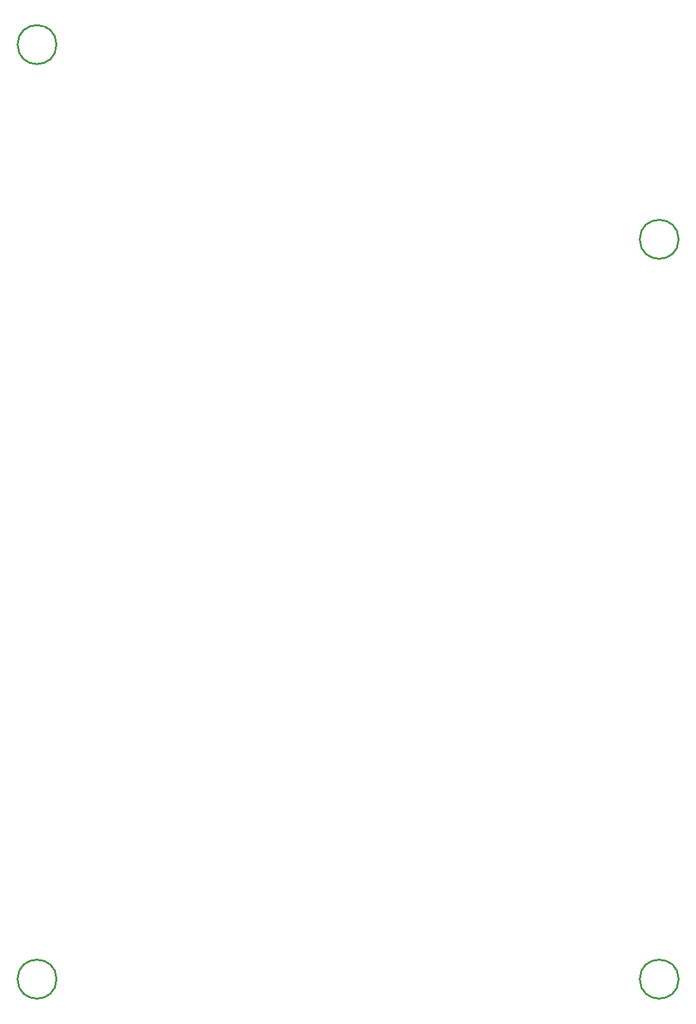
<source format=gbr>
%TF.GenerationSoftware,Altium Limited,Altium Designer,21.2.1 (34)*%
G04 Layer_Color=0*
%FSLAX25Y25*%
%MOIN*%
%TF.SameCoordinates,3D92BD4A-1653-4209-B07E-4AD3ED082CDC*%
%TF.FilePolarity,Positive*%
%TF.FileFunction,Keep-out,Top*%
%TF.Part,Single*%
G01*
G75*
%TA.AperFunction,NonConductor*%
%ADD72C,0.01000*%
D72*
X344488Y19685D02*
G03*
X344488Y19685I-9843J0D01*
G01*
Y393701D02*
G03*
X344488Y393701I-9843J0D01*
G01*
X29528Y492126D02*
G03*
X29528Y492126I-9843J0D01*
G01*
Y19685D02*
G03*
X29528Y19685I-9843J0D01*
G01*
%TF.MD5,256403665ca51c00c1d40f7674081bc6*%
M02*

</source>
